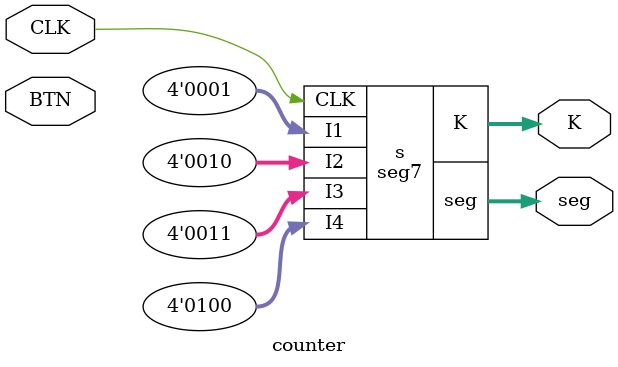
<source format=v>
`timescale 1ns / 1ps
`timescale 1ns / 1ps
//////////////////////////////////////////////////////////////////////////////////
// Company: 
// Engineer: 
// 
// Create Date:    14:15:28 04/24/2019 
// Design Name: 
// Module Name:    seg7proc 
// Project Name: 
// Target Devices: 
// Tool versions: 
// Description: 
//
// Dependencies: 
//
// Revision: 
// Revision 0.01 - File Created
// Additional Comments: 
//
//////////////////////////////////////////////////////////////////////////////////
module seg7proc(
    input [3:0] I,
    output reg [6:0] Seg
    );

	always @(*) begin
		case(I)
			4'd0: begin Seg <= ~7'b0111111; end
			4'd1: begin Seg <= ~7'b0000110; end
			4'd2: begin Seg <= ~7'b1011011; end
			4'd3: begin Seg <= ~7'b1001111; end
			4'd4: begin Seg <= ~7'b1100110; end
			4'd5: begin Seg <= ~7'b1101101; end
			4'd6: begin Seg <= ~7'b1111101; end
			4'd7: begin Seg <= ~7'b0000111; end
			4'd8: begin Seg <= ~7'b1111111; end
			4'd9: begin Seg <= ~7'b1101111; end
		endcase
	end
endmodule

module seg7(
	output [6:0]seg,
	input [3:0]I1,
	input [3:0]I2,
	input [3:0]I3,
	input [3:0]I4,
	output [3:0]K,
	input CLK);
	
	reg [3:0]D;
	reg [15:0] TIM;
	seg7proc u1(.I(D),.Seg(seg));
	 
	reg [1:0]cnt;
	assign K = ~(4'b1 << cnt);
	always @(posedge CLK) begin
		if(TIM == 32'd50000) begin
			cnt <= cnt + 1;
			case(cnt)
				2'd3: begin D <= I1; end
				2'd0: begin D <= I2; end
				2'd1: begin D <= I3; end
				2'd2: begin D <= I4; end
			endcase
			TIM <= 0;
		end else begin
			TIM <= TIM + 1;
		end
	end
endmodule

module counter(
	 input CLK,
	 input BTN,
    output [6:0]seg,
	 output [3:0]K
    );
	seg7 s(.seg(seg),.I1(4'd1),.I2(4'd2),.I3(4'd3),.I4(4'd4),.K(K),.CLK(CLK));
endmodule

</source>
